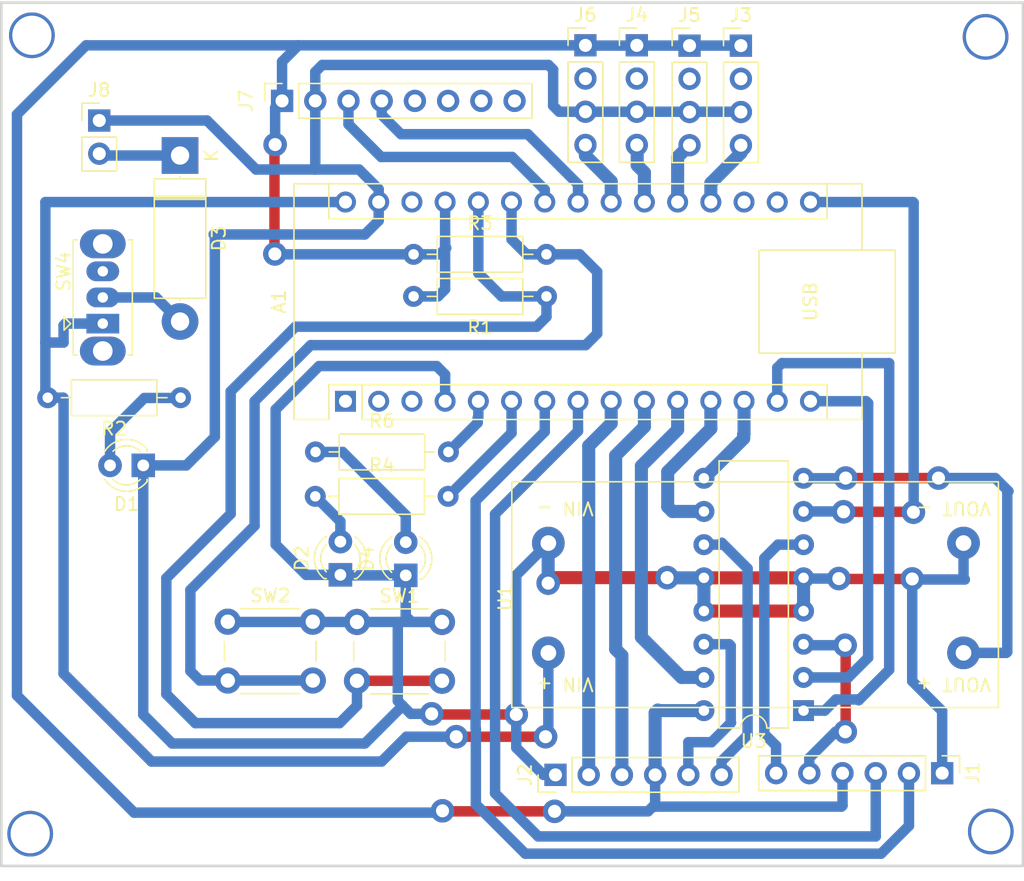
<source format=kicad_pcb>
(kicad_pcb (version 20221018) (generator pcbnew)
  (layers (0 "F.Cu" signal) (31 "B.Cu" signal) (34 "B.Paste" user) (35 "F.Paste" user) (36 "B.SilkS" user "B.Silkscreen") (37 "F.SilkS" user "F.Silkscreen") (38 "B.Mask" user) (39 "F.Mask" user) (44 "Edge.Cuts" user))
  (net 0 "")
  (net 4 "GND")
  (net 5 "/BTN1")
  (net 6 "/BTN2")
  (net 7 "/Led")
  (net 8 "/INB1")
  (net 9 "/INB2")
  (net 10 "/PWM2")
  (net 11 "/PWM1")
  (net 12 "/INA1")
  (net 13 "/INA2")
  (net 16 "/SHARP_D")
  (net 17 "/SHARP_C")
  (net 18 "/SHARP_I")
  (net 19 "/CNY70")
  (net 20 "/SDA")
  (net 21 "/SCL")
  (net 22 "/5v")
  (net 24 "Net-(D1-A)")
  (net 25 "Net-(D2-A)")
  (net 26 "Net-(D3-A)")
  (net 27 "Net-(D3-K)")
  (net 28 "Net-(D4-A)")
  (net 29 "/MA1")
  (net 30 "/MA2")
  (net 31 "/AO1")
  (net 32 "/AO2")
  (net 33 "/MB1")
  (net 34 "/MB2")
  (net 35 "/BO2")
  (net 36 "/BO1")
  (net 45 "/VIn")
  (net 47 "/Vm")
  (net 48 "/Led2")
  (footprint "Package_DIP:DIP-16_W7.62mm" (layer "F.Cu") (at 135.1 68.075 180)
    (fp_text reference "U3" (at 3.81 -2.33) (layer "F.SilkS"))
    (fp_text value "L293")
    (pad "1" thru_hole rect (at 0 0 180) (size 1.6 1.6) (drill 0.8) (layers "*.Cu" "*.Mask") (net 11 "/PWM1"))
    (pad "2" thru_hole oval (at 0 2.54 180) (size 1.6 1.6) (drill 0.8) (layers "*.Cu" "*.Mask") (net 12 "/INA1"))
    (pad "3" thru_hole oval (at 0 5.08 180) (size 1.6 1.6) (drill 0.8) (layers "*.Cu" "*.Mask") (net 31 "/AO1"))
    (pad "4" thru_hole oval (at 0 7.62 180) (size 1.6 1.6) (drill 0.8) (layers "*.Cu" "*.Mask") (net 4 "GND"))
    (pad "5" thru_hole oval (at 0 10.16 180) (size 1.6 1.6) (drill 0.8) (layers "*.Cu" "*.Mask") (net 4 "GND"))
    (pad "6" thru_hole oval (at 0 12.7 180) (size 1.6 1.6) (drill 0.8) (layers "*.Cu" "*.Mask") (net 32 "/AO2"))
    (pad "7" thru_hole oval (at 0 15.24 180) (size 1.6 1.6) (drill 0.8) (layers "*.Cu" "*.Mask") (net 13 "/INA2"))
    (pad "8" thru_hole oval (at 0 17.78 180) (size 1.6 1.6) (drill 0.8) (layers "*.Cu" "*.Mask") (net 47 "/Vm"))
    (pad "9" thru_hole oval (at 7.62 17.78 180) (size 1.6 1.6) (drill 0.8) (layers "*.Cu" "*.Mask") (net 10 "/PWM2"))
    (pad "10" thru_hole oval (at 7.62 15.24 180) (size 1.6 1.6) (drill 0.8) (layers "*.Cu" "*.Mask") (net 8 "/INB1"))
    (pad "11" thru_hole oval (at 7.62 12.7 180) (size 1.6 1.6) (drill 0.8) (layers "*.Cu" "*.Mask") (net 36 "/BO1"))
    (pad "12" thru_hole oval (at 7.62 10.16 180) (size 1.6 1.6) (drill 0.8) (layers "*.Cu" "*.Mask") (net 4 "GND"))
    (pad "13" thru_hole oval (at 7.62 7.62 180) (size 1.6 1.6) (drill 0.8) (layers "*.Cu" "*.Mask") (net 4 "GND"))
    (pad "14" thru_hole oval (at 7.62 5.08 180) (size 1.6 1.6) (drill 0.8) (layers "*.Cu" "*.Mask") (net 35 "/BO2"))
    (pad "15" thru_hole oval (at 7.62 2.54 180) (size 1.6 1.6) (drill 0.8) (layers "*.Cu" "*.Mask") (net 9 "/INB2"))
    (pad "16" thru_hole oval (at 7.62 0 180) (size 1.6 1.6) (drill 0.8) (layers "*.Cu" "*.Mask") (net 22 "/5v"))
  )
  (footprint "LED_THT:LED_D3.0mm" (layer "F.Cu") (at 99.68 57.685 90)
    (fp_text reference "D2" (at 1.27 -2.96 90) (layer "F.SilkS"))
    (fp_text value "LED")
    (pad "1" thru_hole rect (at 0 0 90) (size 1.8 1.8) (drill 0.9) (layers "*.Cu" "*.Mask") (net 4 "GND"))
    (pad "2" thru_hole circle (at 2.54 0 90) (size 1.8 1.8) (drill 0.9) (layers "*.Cu" "*.Mask") (net 25 "Net-(D2-A)"))
  )
  (footprint "Connector_PinSocket_2.54mm:PinSocket_1x08_P2.54mm_Vertical" (layer "F.Cu") (at 95.22 21.42 90)
    (fp_text reference "J7" (at 0 -2.77 90) (layer "F.SilkS"))
    (fp_text value "Conn_01x08_Female")
    (pad "1" thru_hole rect (at 0 0 90) (size 1.7 1.7) (drill 1) (layers "*.Cu" "*.Mask") (net 22 "/5v"))
    (pad "2" thru_hole oval (at 0 2.54 90) (size 1.7 1.7) (drill 1) (layers "*.Cu" "*.Mask") (net 4 "GND"))
    (pad "3" thru_hole oval (at 0 5.08 90) (size 1.7 1.7) (drill 1) (layers "*.Cu" "*.Mask") (net 21 "/SCL"))
    (pad "4" thru_hole oval (at 0 7.62 90) (size 1.7 1.7) (drill 1) (layers "*.Cu" "*.Mask") (net 20 "/SDA"))
    (pad "5" thru_hole oval (at 0 10.16 90) (size 1.7 1.7) (drill 1) (layers "*.Cu" "*.Mask"))
    (pad "6" thru_hole oval (at 0 12.7 90) (size 1.7 1.7) (drill 1) (layers "*.Cu" "*.Mask"))
    (pad "7" thru_hole oval (at 0 15.24 90) (size 1.7 1.7) (drill 1) (layers "*.Cu" "*.Mask"))
    (pad "8" thru_hole oval (at 0 17.78 90) (size 1.7 1.7) (drill 1) (layers "*.Cu" "*.Mask"))
  )
  (footprint "Button_Switch_THT:SW_PUSH_6mm" (layer "F.Cu") (at 91.07 61.27)
    (fp_text reference "SW2" (at 3.25 -2) (layer "F.SilkS"))
    (fp_text value "SW_Push")
    (pad "1" thru_hole circle (at 0 0 90) (size 2 2) (drill 1.1) (layers "*.Cu" "*.Mask") (net 4 "GND"))
    (pad "1" thru_hole circle (at 6.5 0 90) (size 2 2) (drill 1.1) (layers "*.Cu" "*.Mask") (net 4 "GND"))
    (pad "2" thru_hole circle (at 0 4.5 90) (size 2 2) (drill 1.1) (layers "*.Cu" "*.Mask") (net 6 "/BTN2"))
    (pad "2" thru_hole circle (at 6.5 4.5 90) (size 2 2) (drill 1.1) (layers "*.Cu" "*.Mask") (net 6 "/BTN2"))
  )
  (footprint "Diode_THT:D_5W_P12.70mm_Horizontal" (layer "F.Cu") (at 87.42 25.6 -90)
    (fp_text reference "D3" (at 6.35 -2.97 90) (layer "F.SilkS"))
    (fp_text value "type=\"D\" model=\"DIODE\" lib=\"\"")
    (fp_text user "K" (at 0 -2.4 90) (layer "F.SilkS"))
    (pad "1" thru_hole rect (at 0 0 270) (size 2.8 2.8) (drill 1.4) (layers "*.Cu" "*.Mask") (net 26 "Net-(D3-A)"))
    (pad "2" thru_hole oval (at 12.7 0 270) (size 2.8 2.8) (drill 1.4) (layers "*.Cu" "*.Mask") (net 27 "Net-(D3-K)"))
  )
  (footprint "" (layer "F.Cu") (at 75.96 77.49)
    (fp_text reference "" (at 0 0) (layer "F.SilkS") (effects (font (size 1.27 1.27))))
    (fp_text value "" (at 0 0) (layer "F.SilkS") (effects (font (size 1.27 1.27))))
    (pad "1" thru_hole circle (at 0 0) (size 3.5 3.5) (drill 3) (layers "*.Cu" "*.Mask"))
  )
  (footprint "LED_THT:LED_D3.0mm" (layer "F.Cu") (at 84.605 49.31 180)
    (fp_text reference "D1" (at 1.27 -2.96) (layer "F.SilkS"))
    (fp_text value "LED")
    (pad "1" thru_hole rect (at 0 0 180) (size 1.8 1.8) (drill 0.9) (layers "*.Cu" "*.Mask") (net 4 "GND"))
    (pad "2" thru_hole circle (at 2.54 0 180) (size 1.8 1.8) (drill 0.9) (layers "*.Cu" "*.Mask") (net 24 "Net-(D1-A)"))
  )
  (footprint "propios:MT3608" (layer "F.Cu") (at 112.7895 59.454 90)
    (fp_text reference "U1" (at 0 -0.5 90 unlocked) (layer "F.SilkS"))
    (fp_text value "Mt3608")
    (fp_text user "VOUT +" (at -6.604 33.782 180 unlocked) (layer "F.SilkS"))
    (fp_text user "VIN -" (at 6.858 4.064 180 unlocked) (layer "F.SilkS"))
    (fp_text user "VIN +" (at -6.604 4.064 180 unlocked) (layer "F.SilkS"))
    (fp_text user "VOUT -" (at 6.858 33.782 180 unlocked) (layer "F.SilkS"))
    (pad "1" thru_hole circle (at -4.2 2.794 90) (size 2.5 2.5) (drill 1.2) (layers "*.Cu" "*.Mask") (net 45 "/VIn"))
    (pad "2" thru_hole circle (at -4.2 34.544 90) (size 2.5 2.5) (drill 1.2) (layers "*.Cu" "*.Mask") (net 47 "/Vm"))
    (pad "3" thru_hole circle (at 4.2 2.794 90) (size 2.5 2.5) (drill 1.2) (layers "*.Cu" "*.Mask") (net 4 "GND"))
    (pad "4" thru_hole circle (at 4.2 34.544 90) (size 2.5 2.5) (drill 1.2) (layers "*.Cu" "*.Mask") (net 4 "GND"))
  )
  (footprint "Connector_PinHeader_2.54mm:PinHeader_1x06_P2.54mm_Vertical" (layer "F.Cu") (at 116.13 72.99 90)
    (fp_text reference "J2" (at 0 -2.33 90) (layer "F.SilkS"))
    (fp_text value "Conn_01x06_Female")
    (pad "1" thru_hole rect (at 0 0 90) (size 1.7 1.7) (drill 1) (layers "*.Cu" "*.Mask") (net 4 "GND"))
    (pad "2" thru_hole oval (at 0 2.54 90) (size 1.7 1.7) (drill 1) (layers "*.Cu" "*.Mask") (net 33 "/MB1"))
    (pad "3" thru_hole oval (at 0 5.08 90) (size 1.7 1.7) (drill 1) (layers "*.Cu" "*.Mask") (net 34 "/MB2"))
    (pad "4" thru_hole oval (at 0 7.62 90) (size 1.7 1.7) (drill 1) (layers "*.Cu" "*.Mask") (net 22 "/5v"))
    (pad "5" thru_hole oval (at 0 10.16 90) (size 1.7 1.7) (drill 1) (layers "*.Cu" "*.Mask") (net 35 "/BO2"))
    (pad "6" thru_hole oval (at 0 12.7 90) (size 1.7 1.7) (drill 1) (layers "*.Cu" "*.Mask") (net 36 "/BO1"))
  )
  (footprint "Resistor_THT:R_Axial_DIN0207_L6.3mm_D2.5mm_P10.16mm_Horizontal" (layer "F.Cu") (at 115.44 36.38 180)
    (fp_text reference "R1" (at 5.08 -2.37) (layer "F.SilkS"))
    (fp_text value "R")
    (pad "1" thru_hole circle (at 0 0 180) (size 1.6 1.6) (drill 0.8) (layers "*.Cu" "*.Mask") (net 5 "/BTN1"))
    (pad "2" thru_hole oval (at 10.16 0 180) (size 1.6 1.6) (drill 0.8) (layers "*.Cu" "*.Mask") (net 22 "/5v"))
  )
  (footprint "LED_THT:LED_D3.0mm" (layer "F.Cu") (at 104.68 57.725 90)
    (fp_text reference "D4" (at 1.27 -2.96 90) (layer "F.SilkS"))
    (fp_text value "LED")
    (pad "1" thru_hole rect (at 0 0 90) (size 1.8 1.8) (drill 0.9) (layers "*.Cu" "*.Mask") (net 4 "GND"))
    (pad "2" thru_hole circle (at 2.54 0 90) (size 1.8 1.8) (drill 0.9) (layers "*.Cu" "*.Mask") (net 28 "Net-(D4-A)"))
  )
  (footprint "" (layer "F.Cu") (at 149.42 77.32)
    (fp_text reference "" (at 0 0) (layer "F.SilkS") (effects (font (size 1.27 1.27))))
    (fp_text value "" (at 0 0) (layer "F.SilkS") (effects (font (size 1.27 1.27))))
    (pad "1" thru_hole circle (at 0 0) (size 3.5 3.5) (drill 3) (layers "*.Cu" "*.Mask"))
  )
  (footprint "Resistor_THT:R_Axial_DIN0207_L6.3mm_D2.5mm_P10.16mm_Horizontal" (layer "F.Cu") (at 97.76 51.68)
    (fp_text reference "R4" (at 5.08 -2.37) (layer "F.SilkS"))
    (fp_text value "R")
    (pad "1" thru_hole circle (at 0 0) (size 1.6 1.6) (drill 0.8) (layers "*.Cu" "*.Mask") (net 25 "Net-(D2-A)"))
    (pad "2" thru_hole oval (at 10.16 0) (size 1.6 1.6) (drill 0.8) (layers "*.Cu" "*.Mask") (net 7 "/Led"))
  )
  (footprint "Connector_PinHeader_2.54mm:PinHeader_1x04_P2.54mm_Vertical" (layer "F.Cu") (at 118.42 17.17)
    (fp_text reference "J6" (at 0 -2.33) (layer "F.SilkS"))
    (fp_text value "Conn_01x04_Male")
    (pad "1" thru_hole rect (at 0 0) (size 1.7 1.7) (drill 1) (layers "*.Cu" "*.Mask") (net 22 "/5v"))
    (pad "2" thru_hole oval (at 0 2.54) (size 1.7 1.7) (drill 1) (layers "*.Cu" "*.Mask"))
    (pad "3" thru_hole oval (at 0 5.08) (size 1.7 1.7) (drill 1) (layers "*.Cu" "*.Mask") (net 4 "GND"))
    (pad "4" thru_hole oval (at 0 7.62) (size 1.7 1.7) (drill 1) (layers "*.Cu" "*.Mask") (net 19 "/CNY70"))
  )
  (footprint "Connector_PinHeader_2.54mm:PinHeader_1x04_P2.54mm_Vertical" (layer "F.Cu") (at 126.38 17.19)
    (fp_text reference "J5" (at 0 -2.33) (layer "F.SilkS"))
    (fp_text value "Conn_01x04_Male")
    (pad "1" thru_hole rect (at 0 0) (size 1.7 1.7) (drill 1) (layers "*.Cu" "*.Mask") (net 22 "/5v"))
    (pad "2" thru_hole oval (at 0 2.54) (size 1.7 1.7) (drill 1) (layers "*.Cu" "*.Mask"))
    (pad "3" thru_hole oval (at 0 5.08) (size 1.7 1.7) (drill 1) (layers "*.Cu" "*.Mask") (net 4 "GND"))
    (pad "4" thru_hole oval (at 0 7.62) (size 1.7 1.7) (drill 1) (layers "*.Cu" "*.Mask") (net 17 "/SHARP_C"))
  )
  (footprint "" (layer "F.Cu") (at 149.02 16.52)
    (fp_text reference "" (at 0 0) (layer "F.SilkS") (effects (font (size 1.27 1.27))))
    (fp_text value "" (at 0 0) (layer "F.SilkS") (effects (font (size 1.27 1.27))))
    (pad "1" thru_hole circle (at 0 0) (size 3.5 3.5) (drill 3) (layers "*.Cu" "*.Mask"))
  )
  (footprint "" (layer "F.Cu") (at 76.09 16.4)
    (fp_text reference "" (at 0 0) (layer "F.SilkS") (effects (font (size 1.27 1.27))))
    (fp_text value "" (at 0 0) (layer "F.SilkS") (effects (font (size 1.27 1.27))))
    (pad "1" thru_hole circle (at 0 0) (size 3.5 3.5) (drill 3) (layers "*.Cu" "*.Mask"))
  )
  (footprint "Connector_PinHeader_2.54mm:PinHeader_1x04_P2.54mm_Vertical" (layer "F.Cu") (at 122.35 17.17)
    (fp_text reference "J4" (at 0 -2.33) (layer "F.SilkS"))
    (fp_text value "Conn_01x04_Male")
    (pad "1" thru_hole rect (at 0 0) (size 1.7 1.7) (drill 1) (layers "*.Cu" "*.Mask") (net 22 "/5v"))
    (pad "2" thru_hole oval (at 0 2.54) (size 1.7 1.7) (drill 1) (layers "*.Cu" "*.Mask"))
    (pad "3" thru_hole oval (at 0 5.08) (size 1.7 1.7) (drill 1) (layers "*.Cu" "*.Mask") (net 4 "GND"))
    (pad "4" thru_hole oval (at 0 7.62) (size 1.7 1.7) (drill 1) (layers "*.Cu" "*.Mask") (net 18 "/SHARP_I"))
  )
  (footprint "Resistor_THT:R_Axial_DIN0207_L6.3mm_D2.5mm_P10.16mm_Horizontal" (layer "F.Cu") (at 87.46 44.13 180)
    (fp_text reference "R2" (at 5.08 -2.37) (layer "F.SilkS"))
    (fp_text value "R")
    (pad "1" thru_hole circle (at 0 0 180) (size 1.6 1.6) (drill 0.8) (layers "*.Cu" "*.Mask") (net 24 "Net-(D1-A)"))
    (pad "2" thru_hole oval (at 10.16 0 180) (size 1.6 1.6) (drill 0.8) (layers "*.Cu" "*.Mask") (net 45 "/VIn"))
  )
  (footprint "Resistor_THT:R_Axial_DIN0207_L6.3mm_D2.5mm_P10.16mm_Horizontal" (layer "F.Cu") (at 105.28 33.16)
    (fp_text reference "R3" (at 5.08 -2.37) (layer "F.SilkS"))
    (fp_text value "R")
    (pad "1" thru_hole circle (at 0 0) (size 1.6 1.6) (drill 0.8) (layers "*.Cu" "*.Mask") (net 22 "/5v"))
    (pad "2" thru_hole oval (at 10.16 0) (size 1.6 1.6) (drill 0.8) (layers "*.Cu" "*.Mask") (net 6 "/BTN2"))
  )
  (footprint "Button_Switch_THT:SW_PUSH_6mm" (layer "F.Cu") (at 100.95 61.29)
    (fp_text reference "SW1" (at 3.25 -2) (layer "F.SilkS"))
    (fp_text value "SW_Push")
    (pad "1" thru_hole circle (at 0 0 90) (size 2 2) (drill 1.1) (layers "*.Cu" "*.Mask") (net 4 "GND"))
    (pad "1" thru_hole circle (at 6.5 0 90) (size 2 2) (drill 1.1) (layers "*.Cu" "*.Mask") (net 4 "GND"))
    (pad "2" thru_hole circle (at 0 4.5 90) (size 2 2) (drill 1.1) (layers "*.Cu" "*.Mask") (net 5 "/BTN1"))
    (pad "2" thru_hole circle (at 6.5 4.5 90) (size 2 2) (drill 1.1) (layers "*.Cu" "*.Mask") (net 5 "/BTN1"))
  )
  (footprint "Button_Switch_THT:SW_Slide_1P2T_CK_OS102011MS2Q" (layer "F.Cu") (at 81.51 38.46 90)
    (fp_text reference "SW4" (at 3.99 -2.99 90) (layer "F.SilkS"))
    (fp_text value "SW_DPDT_x2")
    (pad "" thru_hole oval (at -2.1 0 90) (size 2.2 3.5) (drill 1.5) (layers "*.Cu" "*.Mask"))
    (pad "" thru_hole oval (at 6.1 0 90) (size 2.2 3.5) (drill 1.5) (layers "*.Cu" "*.Mask"))
    (pad "1" thru_hole rect (at 0 0 90) (size 1.5 2.5) (drill 0.8) (layers "*.Cu" "*.Mask") (net 45 "/VIn"))
    (pad "2" thru_hole oval (at 2 0 90) (size 1.5 2.5) (drill 0.8) (layers "*.Cu" "*.Mask") (net 27 "Net-(D3-K)"))
    (pad "3" thru_hole oval (at 4 0 90) (size 1.5 2.5) (drill 0.8) (layers "*.Cu" "*.Mask"))
  )
  (footprint "Connector_PinHeader_2.54mm:PinHeader_1x02_P2.54mm_Vertical" (layer "F.Cu") (at 81.24 22.92)
    (fp_text reference "J8" (at 0 -2.33) (layer "F.SilkS"))
    (fp_text value "Conn_01x02_Male")
    (pad "1" thru_hole rect (at 0 0) (size 1.7 1.7) (drill 1) (layers "*.Cu" "*.Mask") (net 4 "GND"))
    (pad "2" thru_hole oval (at 0 2.54) (size 1.7 1.7) (drill 1) (layers "*.Cu" "*.Mask") (net 26 "Net-(D3-A)"))
  )
  (footprint "Connector_PinHeader_2.54mm:PinHeader_1x04_P2.54mm_Vertical" (layer "F.Cu") (at 130.31 17.19)
    (fp_text reference "J3" (at 0 -2.33) (layer "F.SilkS"))
    (fp_text value "Conn_01x04_Male")
    (pad "1" thru_hole rect (at 0 0) (size 1.7 1.7) (drill 1) (layers "*.Cu" "*.Mask") (net 22 "/5v"))
    (pad "2" thru_hole oval (at 0 2.54) (size 1.7 1.7) (drill 1) (layers "*.Cu" "*.Mask"))
    (pad "3" thru_hole oval (at 0 5.08) (size 1.7 1.7) (drill 1) (layers "*.Cu" "*.Mask") (net 4 "GND"))
    (pad "4" thru_hole oval (at 0 7.62) (size 1.7 1.7) (drill 1) (layers "*.Cu" "*.Mask") (net 16 "/SHARP_D"))
  )
  (footprint "Resistor_THT:R_Axial_DIN0207_L6.3mm_D2.5mm_P10.16mm_Horizontal" (layer "F.Cu") (at 97.78 48.28)
    (fp_text reference "R6" (at 5.08 -2.37) (layer "F.SilkS"))
    (fp_text value "R")
    (pad "1" thru_hole circle (at 0 0) (size 1.6 1.6) (drill 0.8) (layers "*.Cu" "*.Mask") (net 28 "Net-(D4-A)"))
    (pad "2" thru_hole oval (at 10.16 0) (size 1.6 1.6) (drill 0.8) (layers "*.Cu" "*.Mask") (net 48 "/Led2"))
  )
  (footprint "Module:Arduino_Nano" (layer "F.Cu") (at 100.07 44.4 90)
    (fp_text reference "A1" (at 7.62 -5.08 90) (layer "F.SilkS"))
    (fp_text value "Arduino_Nano_v3.x")
    (fp_text user "USB" (at 7.62 35.56 90 unlocked) (layer "F.SilkS"))
    (pad "1" thru_hole rect (at 0 0 90) (size 1.6 1.6) (drill 1) (layers "*.Cu" "*.Mask"))
    (pad "2" thru_hole oval (at 0 2.54 90) (size 1.6 1.6) (drill 1) (layers "*.Cu" "*.Mask"))
    (pad "3" thru_hole oval (at 0 5.08 90) (size 1.6 1.6) (drill 1) (layers "*.Cu" "*.Mask"))
    (pad "4" thru_hole oval (at 0 7.62 90) (size 1.6 1.6) (drill 1) (layers "*.Cu" "*.Mask") (net 4 "GND"))
    (pad "5" thru_hole oval (at 0 10.16 90) (size 1.6 1.6) (drill 1) (layers "*.Cu" "*.Mask") (net 48 "/Led2"))
    (pad "6" thru_hole oval (at 0 12.7 90) (size 1.6 1.6) (drill 1) (layers "*.Cu" "*.Mask") (net 7 "/Led"))
    (pad "7" thru_hole oval (at 0 15.24 90) (size 1.6 1.6) (drill 1) (layers "*.Cu" "*.Mask") (net 29 "/MA1"))
    (pad "8" thru_hole oval (at 0 17.78 90) (size 1.6 1.6) (drill 1) (layers "*.Cu" "*.Mask") (net 30 "/MA2"))
    (pad "9" thru_hole oval (at 0 20.32 90) (size 1.6 1.6) (drill 1) (layers "*.Cu" "*.Mask") (net 33 "/MB1"))
    (pad "10" thru_hole oval (at 0 22.86 90) (size 1.6 1.6) (drill 1) (layers "*.Cu" "*.Mask") (net 34 "/MB2"))
    (pad "11" thru_hole oval (at 0 25.4 90) (size 1.6 1.6) (drill 1) (layers "*.Cu" "*.Mask") (net 9 "/INB2"))
    (pad "12" thru_hole oval (at 0 27.94 90) (size 1.6 1.6) (drill 1) (layers "*.Cu" "*.Mask") (net 8 "/INB1"))
    (pad "13" thru_hole oval (at 0 30.48 90) (size 1.6 1.6) (drill 1) (layers "*.Cu" "*.Mask") (net 10 "/PWM2"))
    (pad "14" thru_hole oval (at 0 33.02 90) (size 1.6 1.6) (drill 1) (layers "*.Cu" "*.Mask") (net 11 "/PWM1"))
    (pad "15" thru_hole oval (at 0 35.56 90) (size 1.6 1.6) (drill 1) (layers "*.Cu" "*.Mask") (net 12 "/INA1"))
    (pad "16" thru_hole oval (at 15.24 35.56 90) (size 1.6 1.6) (drill 1) (layers "*.Cu" "*.Mask") (net 13 "/INA2"))
    (pad "17" thru_hole oval (at 15.24 33.02 90) (size 1.6 1.6) (drill 1) (layers "*.Cu" "*.Mask"))
    (pad "18" thru_hole oval (at 15.24 30.48 90) (size 1.6 1.6) (drill 1) (layers "*.Cu" "*.Mask"))
    (pad "19" thru_hole oval (at 15.24 27.94 90) (size 1.6 1.6) (drill 1) (layers "*.Cu" "*.Mask") (net 16 "/SHARP_D"))
    (pad "20" thru_hole oval (at 15.24 25.4 90) (size 1.6 1.6) (drill 1) (layers "*.Cu" "*.Mask") (net 17 "/SHARP_C"))
    (pad "21" thru_hole oval (at 15.24 22.86 90) (size 1.6 1.6) (drill 1) (layers "*.Cu" "*.Mask") (net 18 "/SHARP_I"))
    (pad "22" thru_hole oval (at 15.24 20.32 90) (size 1.6 1.6) (drill 1) (layers "*.Cu" "*.Mask") (net 19 "/CNY70"))
    (pad "23" thru_hole oval (at 15.24 17.78 90) (size 1.6 1.6) (drill 1) (layers "*.Cu" "*.Mask") (net 20 "/SDA"))
    (pad "24" thru_hole oval (at 15.24 15.24 90) (size 1.6 1.6) (drill 1) (layers "*.Cu" "*.Mask") (net 21 "/SCL"))
    (pad "25" thru_hole oval (at 15.24 12.7 90) (size 1.6 1.6) (drill 1) (layers "*.Cu" "*.Mask") (net 6 "/BTN2"))
    (pad "26" thru_hole oval (at 15.24 10.16 90) (size 1.6 1.6) (drill 1) (layers "*.Cu" "*.Mask") (net 5 "/BTN1"))
    (pad "27" thru_hole oval (at 15.24 7.62 90) (size 1.6 1.6) (drill 1) (layers "*.Cu" "*.Mask") (net 22 "/5v"))
    (pad "28" thru_hole oval (at 15.24 5.08 90) (size 1.6 1.6) (drill 1) (layers "*.Cu" "*.Mask"))
    (pad "29" thru_hole oval (at 15.24 2.54 90) (size 1.6 1.6) (drill 1) (layers "*.Cu" "*.Mask") (net 4 "GND"))
    (pad "30" thru_hole oval (at 15.24 0 90) (size 1.6 1.6) (drill 1) (layers "*.Cu" "*.Mask") (net 45 "/VIn"))
  )
  (footprint "Connector_PinHeader_2.54mm:PinHeader_1x06_P2.54mm_Vertical" (layer "F.Cu") (at 145.7 72.86 -90)
    (fp_text reference "J1" (at 0 -2.33 90) (layer "F.SilkS"))
    (fp_text value "Conn_01x06_Female")
    (pad "1" thru_hole rect (at 0 0 270) (size 1.7 1.7) (drill 1) (layers "*.Cu" "*.Mask") (net 4 "GND"))
    (pad "2" thru_hole oval (at 0 2.54 270) (size 1.7 1.7) (drill 1) (layers "*.Cu" "*.Mask") (net 29 "/MA1"))
    (pad "3" thru_hole oval (at 0 5.08 270) (size 1.7 1.7) (drill 1) (layers "*.Cu" "*.Mask") (net 30 "/MA2"))
    (pad "4" thru_hole oval (at 0 7.62 270) (size 1.7 1.7) (drill 1) (layers "*.Cu" "*.Mask") (net 22 "/5v"))
    (pad "5" thru_hole oval (at 0 10.16 270) (size 1.7 1.7) (drill 1) (layers "*.Cu" "*.Mask") (net 31 "/AO1"))
    (pad "6" thru_hole oval (at 0 12.7 270) (size 1.7 1.7) (drill 1) (layers "*.Cu" "*.Mask") (net 32 "/AO2"))
  )
  (gr_rect (start 73.75 13.9) (end 151.88 79.96) (stroke (width 0.2)) (fill none) (layer "Edge.Cuts"))
  (segment (start 115.99 57.9) (end 115.57 58.32) (width 1) (layer "F.Cu") (net 4))
  (segment (start 127.48 57.915) (end 135.1 57.915) (width 1) (layer "F.Cu") (net 4))
  (segment (start 124.67 57.9) (end 115.99 57.9) (width 1) (layer "F.Cu") (net 4))
  (segment (start 137.83 58) (end 137.8 57.97) (width 0.8) (layer "F.Cu") (net 4))
  (segment (start 113.13 68.37) (end 106.71 68.37) (width 0.8) (layer "F.Cu") (net 4))
  (segment (start 135.1 60.455) (end 127.48 60.455) (width 1) (layer "F.Cu") (net 4))
  (segment (start 143.41 58) (end 137.83 58) (width 0.8) (layer "F.Cu") (net 4))
  (segment (start 106.71 68.37) (end 106.66 68.32) (width 0.8) (layer "F.Cu") (net 4))
  (via (at 115.57 58.32) (size 1.8) (drill 1) (layers "F.Cu" "B.Cu") (net 4))
  (via (at 113.13 68.37) (size 1.8) (drill 1) (layers "F.Cu" "B.Cu") (net 4))
  (via (at 106.66 68.32) (size 1.8) (drill 1) (layers "F.Cu" "B.Cu") (net 4))
  (via (at 137.8 57.97) (size 1.8) (drill 1) (layers "F.Cu" "B.Cu") (net 4))
  (via (at 143.41 58) (size 1.8) (drill 1) (layers "F.Cu" "B.Cu") (net 4))
  (via (at 124.67 57.9) (size 1.8) (drill 1) (layers "F.Cu" "B.Cu") (net 4))
  (segment (start 90.08 31.73) (end 89.99 31.64) (width 0.8) (layer "B.Cu") (net 4))
  (segment (start 104.07 61.29) (end 91.09 61.29) (width 0.8) (layer "B.Cu") (net 4))
  (segment (start 147.3335 57.9435) (end 147.43 58.04) (width 0.8) (layer "B.Cu") (net 4))
  (segment (start 106.66 68.32) (end 105.06 68.32) (width 0.8) (layer "B.Cu") (net 4))
  (segment (start 87.9 49.31) (end 90.08 47.13) (width 0.8) (layer "B.Cu") (net 4))
  (segment (start 107.69 44.4) (end 107.69 42.36) (width 0.8) (layer "B.Cu") (net 4))
  (segment (start 90.08 47.13) (end 90.08 31.73) (width 0.8) (layer "B.Cu") (net 4))
  (segment (start 116.41 22.25) (end 115.95 21.79) (width 0.8) (layer "B.Cu") (net 4))
  (segment (start 104.44 67.7) (end 104.07 67.33) (width 0.8) (layer "B.Cu") (net 4))
  (segment (start 137.8 57.97) (end 135.155 57.97) (width 0.8) (layer "B.Cu") (net 4))
  (segment (start 145.7 72.86) (end 145.7 68.11) (width 0.8) (layer "B.Cu") (net 4))
  (segment (start 107.69 42.36) (end 107.04 41.71) (width 0.8) (layer "B.Cu") (net 4))
  (segment (start 97.76 26.67) (end 93.23 26.67) (width 0.8) (layer "B.Cu") (net 4))
  (segment (start 135.155 57.97) (end 135.1 57.915) (width 0.8) (layer "B.Cu") (net 4))
  (segment (start 101.55 70.59) (end 86.82 70.59) (width 0.8) (layer "B.Cu") (net 4))
  (segment (start 89.99 31.64) (end 101.55 31.64) (width 0.8) (layer "B.Cu") (net 4))
  (segment (start 115.21 72.99) (end 113.13 70.91) (width 0.8) (layer "B.Cu") (net 4))
  (segment (start 113.13 70.91) (end 113.13 57.7075) (width 0.8) (layer "B.Cu") (net 4))
  (segment (start 98.05 41.71) (end 94.73 45.03) (width 0.8) (layer "B.Cu") (net 4))
  (segment (start 94.73 55.36) (end 97.055 57.685) (width 0.8) (layer "B.Cu") (net 4))
  (segment (start 130.29 22.25) (end 130.31 22.27) (width 0.8) (layer "B.Cu") (net 4))
  (segment (start 124.685 57.915) (end 124.67 57.9) (width 1) (layer "B.Cu") (net 4))
  (segment (start 99.72 57.725) (end 99.68 57.685) (width 0.8) (layer "B.Cu") (net 4))
  (segment (start 97.055 57.685) (end 99.68 57.685) (width 0.8) (layer "B.Cu") (net 4))
  (segment (start 98.29 18.67) (end 97.76 19.2) (width 0.8) (layer "B.Cu") (net 4))
  (segment (start 91.09 61.29) (end 91.07 61.27) (width 0.8) (layer "B.Cu") (net 4))
  (segment (start 102.61 30.58) (end 102.61 29.16) (width 0.8) (layer "B.Cu") (net 4))
  (segment (start 135.1 57.915) (end 135.1 60.455) (width 1) (layer "B.Cu") (net 4))
  (segment (start 145.7 68.11) (end 143.41 65.82) (width 0.8) (layer "B.Cu") (net 4))
  (segment (start 143.45 58.04) (end 143.41 58) (width 0.8) (layer "B.Cu") (net 4))
  (segment (start 97.76 26.67) (end 101.11 26.67) (width 0.8) (layer "B.Cu") (net 4))
  (segment (start 102.61 28.17) (end 102.61 29.16) (width 0.8) (layer "B.Cu") (net 4))
  (segment (start 113.13 57.7075) (end 115.5835 55.254) (width 0.8) (layer "B.Cu") (net 4))
  (segment (start 101.55 31.64) (end 102.61 30.58) (width 0.8) (layer "B.Cu") (net 4))
  (segment (start 115.59 18.67) (end 98.29 18.67) (width 0.8) (layer "B.Cu") (net 4))
  (segment (start 104.68 57.725) (end 104.68 60.84) (width 0.8) (layer "B.Cu") (net 4))
  (segment (start 93.23 26.67) (end 89.48 22.92) (width 0.8) (layer "B.Cu") (net 4))
  (segment (start 84.605 68.375) (end 84.605 49.31) (width 0.8) (layer "B.Cu") (net 4))
  (segment (start 94.73 45.03) (end 94.73 55.36) (width 0.8) (layer "B.Cu") (net 4))
  (segment (start 105.13 61.29) (end 104.68 60.84) (width 0.8) (layer "B.Cu") (net 4))
  (segment (start 115.95 19.03) (end 115.59 18.67) (width 0.8) (layer "B.Cu") (net 4))
  (segment (start 127.48 57.915) (end 124.685 57.915) (width 1) (layer "B.Cu") (net 4))
  (segment (start 104.68 60.84) (end 104.68 59.43) (width 0.8) (layer "B.Cu") (net 4))
  (segment (start 115.95 21.79) (end 115.95 19.03) (width 0.8) (layer "B.Cu") (net 4))
  (segment (start 104.68 57.725) (end 99.72 57.725) (width 0.8) (layer "B.Cu") (net 4))
  (segment (start 97.76 23.87) (end 97.76 26.67) (width 0.8) (layer "B.Cu") (net 4))
  (segment (start 143.41 65.82) (end 143.41 58) (width 0.8) (layer "B.Cu") (net 4))
  (segment (start 89.48 22.92) (end 81.24 22.92) (width 0.8) (layer "B.Cu") (net 4))
  (segment (start 105.06 68.32) (end 104.44 67.7) (width 0.8) (layer "B.Cu") (net 4))
  (segment (start 115.57 55.2675) (end 115.5835 55.254) (width 1) (layer "B.Cu") (net 4))
  (segment (start 84.605 49.31) (end 87.9 49.31) (width 0.8) (layer "B.Cu") (net 4))
  (segment (start 107.45 61.29) (end 105.13 61.29) (width 0.8) (layer "B.Cu") (net 4))
  (segment (start 101.11 26.67) (end 102.61 28.17) (width 0.8) (layer "B.Cu") (net 4))
  (segment (start 97.76 19.2) (end 97.76 21.42) (width 0.8) (layer "B.Cu") (net 4))
  (segment (start 147.43 58.04) (end 143.45 58.04) (width 0.8) (layer "B.Cu") (net 4))
  (segment (start 107.04 41.71) (end 98.05 41.71) (width 0.8) (layer "B.Cu") (net 4))
  (segment (start 104.44 67.7) (end 101.55 70.59) (width 0.8) (layer "B.Cu") (net 4))
  (segment (start 147.3335 55.254) (end 147.3335 57.9435) (width 0.8) (layer "B.Cu") (net 4))
  (segment (start 127.48 57.915) (end 127.48 60.455) (width 1) (layer "B.Cu") (net 4))
  (segment (start 115.57 58.32) (end 115.57 55.2675) (width 1) (layer "B.Cu") (net 4))
  (segment (start 118.42 22.25) (end 130.29 22.25) (width 0.8) (layer "B.Cu") (net 4))
  (segment (start 104.07 67.33) (end 104.07 61.29) (width 0.8) (layer "B.Cu") (net 4))
  (segment (start 107.45 61.29) (end 104.07 61.29) (width 0.8) (layer "B.Cu") (net 4))
  (segment (start 97.76 21.42) (end 97.76 23.87) (width 0.8) (layer "B.Cu") (net 4))
  (segment (start 116.13 72.99) (end 115.21 72.99) (width 0.8) (layer "B.Cu") (net 4))
  (segment (start 86.82 70.59) (end 84.605 68.375) (width 0.8) (layer "B.Cu") (net 4))
  (segment (start 118.42 22.25) (end 116.41 22.25) (width 0.8) (layer "B.Cu") (net 4))
  (segment (start 100.95 65.79) (end 107.45 65.79) (width 0.8) (layer "F.Cu") (net 5))
  (segment (start 115.44 36.38) (end 115.44 37.94) (width 0.8) (layer "B.Cu") (net 5))
  (segment (start 114.68 38.7) (end 96.24 38.7) (width 0.8) (layer "B.Cu") (net 5))
  (segment (start 110.23 34.6) (end 112.01 36.38) (width 0.8) (layer "B.Cu") (net 5))
  (segment (start 110.23 29.16) (end 110.23 34.6) (width 0.8) (layer "B.Cu") (net 5))
  (segment (start 112.01 36.38) (end 115.44 36.38) (width 0.8) (layer "B.Cu") (net 5))
  (segment (start 88.59 69.03) (end 99.62 69.03) (width 0.8) (layer "B.Cu") (net 5))
  (segment (start 96.24 38.7) (end 91.29 43.65) (width 0.8) (layer "B.Cu") (net 5))
  (segment (start 91.29 53.02) (end 86.37 57.94) (width 0.8) (layer "B.Cu") (net 5))
  (segment (start 86.37 57.94) (end 86.37 66.81) (width 0.8) (layer "B.Cu") (net 5))
  (segment (start 86.37 66.81) (end 88.59 69.03) (width 0.8) (layer "B.Cu") (net 5))
  (segment (start 91.29 43.65) (end 91.29 53.02) (width 0.8) (layer "B.Cu") (net 5))
  (segment (start 100.95 67.7) (end 100.95 65.79) (width 0.8) (layer "B.Cu") (net 5))
  (segment (start 99.62 69.03) (end 100.95 67.7) (width 0.8) (layer "B.Cu") (net 5))
  (segment (start 115.44 37.94) (end 114.68 38.7) (width 0.8) (layer "B.Cu") (net 5))
  (segment (start 88.21 65.05) (end 88.21 58.84) (width 0.8) (layer "B.Cu") (net 6))
  (segment (start 118.44 40.11) (end 119.32 39.23) (width 0.8) (layer "B.Cu") (net 6))
  (segment (start 88.21 58.84) (end 93.12 53.93) (width 0.8) (layer "B.Cu") (net 6))
  (segment (start 93.12 44.4) (end 97.41 40.11) (width 0.8) (layer "B.Cu") (net 6))
  (segment (start 113.91 33.16) (end 112.77 32.02) (width 0.8) (layer "B.Cu") (net 6))
  (segment (start 93.12 53.93) (end 93.12 44.4) (width 0.8) (layer "B.Cu") (net 6))
  (segment (start 97.41 40.11) (end 118.44 40.11) (width 0.8) (layer "B.Cu") (net 6))
  (segment (start 97.57 65.77) (end 91.07 65.77) (width 0.8) (layer "B.Cu") (net 6))
  (segment (start 88.93 65.77) (end 88.21 65.05) (width 0.8) (layer "B.Cu") (net 6))
  (segment (start 119.32 34.5) (end 117.98 33.16) (width 0.8) (layer "B.Cu") (net 6))
  (segment (start 119.32 39.23) (end 119.32 34.5) (width 0.8) (layer "B.Cu") (net 6))
  (segment (start 91.07 65.77) (end 88.93 65.77) (width 0.8) (layer "B.Cu") (net 6))
  (segment (start 117.98 33.16) (end 115.44 33.16) (width 0.8) (layer "B.Cu") (net 6))
  (segment (start 112.77 32.02) (end 112.77 29.16) (width 0.8) (layer "B.Cu") (net 6))
  (segment (start 115.44 33.16) (end 113.91 33.16) (width 0.8) (layer "B.Cu") (net 6))
  (segment (start 107.92 51.68) (end 112.77 46.83) (width 0.8) (layer "B.Cu") (net 7))
  (segment (start 112.77 46.83) (end 112.77 44.4) (width 0.8) (layer "B.Cu") (net 7))
  (segment (start 128.01 46.5) (end 124.71 49.8) (width 1) (layer "B.Cu") (net 8))
  (segment (start 124.71 52.48) (end 125.065 52.835) (width 1) (layer "B.Cu") (net 8))
  (segment (start 128.01 44.4) (end 128.01 46.5) (width 1) (layer "B.Cu") (net 8))
  (segment (start 125.065 52.835) (end 127.48 52.835) (width 1) (layer "B.Cu") (net 8))
  (segment (start 124.71 49.8) (end 124.71 52.48) (width 1) (layer "B.Cu") (net 8))
  (segment (start 122.7 49.35) (end 125.47 46.58) (width 1) (layer "B.Cu") (net 9))
  (segment (start 122.7 62.46) (end 122.7 49.35) (width 1) (layer "B.Cu") (net 9))
  (segment (start 125.47 46.58) (end 125.47 44.4) (width 1) (layer "B.Cu") (net 9))
  (segment (start 127.48 65.535) (end 125.775 65.535) (width 1) (layer "B.Cu") (net 9))
  (segment (start 125.775 65.535) (end 122.7 62.46) (width 1) (layer "B.Cu") (net 9))
  (segment (start 130.52 47.255) (end 130.52 46.93) (width 1) (layer "B.Cu") (net 10))
  (segment (start 130.55 46.9) (end 130.55 44.4) (width 1) (layer "B.Cu") (net 10))
  (segment (start 130.52 46.93) (end 130.55 46.9) (width 1) (layer "B.Cu") (net 10))
  (segment (start 127.48 50.295) (end 130.52 47.255) (width 1) (layer "B.Cu") (net 10))
  (segment (start 136.715 68.075) (end 137.57 67.22) (width 0.8) (layer "B.Cu") (net 11))
  (segment (start 137.57 67.22) (end 139.26 67.22) (width 0.8) (layer "B.Cu") (net 11))
  (segment (start 141.65 41.49) (end 133.44 41.49) (width 0.8) (layer "B.Cu") (net 11))
  (segment (start 139.26 67.22) (end 139.32 67.28) (width 0.8) (layer "B.Cu") (net 11))
  (segment (start 133.44 41.49) (end 133.09 41.84) (width 0.8) (layer "B.Cu") (net 11))
  (segment (start 141.65 64.95) (end 141.65 41.49) (width 0.8) (layer "B.Cu") (net 11))
  (segment (start 133.09 41.84) (end 133.09 44.4) (width 0.8) (layer "B.Cu") (net 11))
  (segment (start 139.32 67.28) (end 141.65 64.95) (width 0.8) (layer "B.Cu") (net 11))
  (segment (start 135.1 68.075) (end 136.715 68.075) (width 0.8) (layer "B.Cu") (net 11))
  (segment (start 140.04 44.55) (end 139.89 44.4) (width 0.8) (layer "B.Cu") (net 12))
  (segment (start 138.525 65.535) (end 140.04 64.02) (width 0.8) (layer "B.Cu") (net 12))
  (segment (start 140.04 64.02) (end 140.04 44.55) (width 0.8) (layer "B.Cu") (net 12))
  (segment (start 139.89 44.4) (end 135.63 44.4) (width 0.8) (layer "B.Cu") (net 12))
  (segment (start 135.1 65.535) (end 138.525 65.535) (width 0.8) (layer "B.Cu") (net 12))
  (segment (start 143.47 52.86) (end 143.5 52.89) (width 0.8) (layer "F.Cu") (net 13))
  (segment (start 138.16 52.86) (end 143.47 52.86) (width 0.8) (layer "F.Cu") (net 13))
  (via (at 138.16 52.86) (size 1.8) (drill 1) (layers "F.Cu" "B.Cu") (net 13))
  (via (at 143.5 52.89) (size 1.8) (drill 1) (layers "F.Cu" "B.Cu") (net 13))
  (segment (start 143.52 52.87) (end 143.52 29.21) (width 0.8) (layer "B.Cu") (net 13))
  (segment (start 143.5 52.89) (end 143.52 52.87) (width 0.8) (layer "B.Cu") (net 13))
  (segment (start 143.52 29.21) (end 143.47 29.16) (width 0.8) (layer "B.Cu") (net 13))
  (segment (start 135.1 52.835) (end 138.135 52.835) (width 0.8) (layer "B.Cu") (net 13))
  (segment (start 138.135 52.835) (end 138.16 52.86) (width 0.8) (layer "B.Cu") (net 13))
  (segment (start 143.47 29.16) (end 135.63 29.16) (width 0.8) (layer "B.Cu") (net 13))
  (segment (start 128.01 29.16) (end 128.01 27.71) (width 1) (layer "B.Cu") (net 16))
  (segment (start 128.01 27.71) (end 130.31 25.41) (width 1) (layer "B.Cu") (net 16))
  (segment (start 130.31 25.41) (end 130.31 24.81) (width 1) (layer "B.Cu") (net 16))
  (segment (start 125.47 29.16) (end 125.47 25.72) (width 1) (layer "B.Cu") (net 17))
  (segment (start 125.47 25.72) (end 126.38 24.81) (width 1) (layer "B.Cu") (net 17))
  (segment (start 122.38 24.82) (end 122.35 24.79) (width 1) (layer "B.Cu") (net 18))
  (segment (start 122.93 26.9) (end 122.38 26.35) (width 1) (layer "B.Cu") (net 18))
  (segment (start 122.93 29.16) (end 122.93 26.9) (width 1) (layer "B.Cu") (net 18))
  (segment (start 122.38 26.35) (end 122.38 24.82) (width 1) (layer "B.Cu") (net 18))
  (segment (start 120.39 27.58) (end 118.42 25.61) (width 1) (layer "B.Cu") (net 19))
  (segment (start 118.42 25.61) (end 118.42 24.79) (width 1) (layer "B.Cu") (net 19))
  (segment (start 120.39 29.16) (end 120.39 27.58) (width 1) (layer "B.Cu") (net 19))
  (segment (start 102.84 22.49) (end 102.84 21.42) (width 0.8) (layer "B.Cu") (net 20))
  (segment (start 117.85 27.8) (end 114.02 23.97) (width 0.8) (layer "B.Cu") (net 20))
  (segment (start 117.85 29.16) (end 117.85 27.8) (width 0.8) (layer "B.Cu") (net 20))
  (segment (start 104.32 23.97) (end 102.84 22.49) (width 0.8) (layer "B.Cu") (net 20))
  (segment (start 114.02 23.97) (end 104.32 23.97) (width 0.8) (layer "B.Cu") (net 20))
  (segment (start 100.3 23.21) (end 100.3 21.42) (width 0.8) (layer "B.Cu") (net 21))
  (segment (start 102.8 25.71) (end 100.3 23.21) (width 0.8) (layer "B.Cu") (net 21))
  (segment (start 115.31 28.21) (end 112.81 25.71) (width 0.8) (layer "B.Cu") (net 21))
  (segment (start 112.81 25.71) (end 102.8 25.71) (width 0.8) (layer "B.Cu") (net 21))
  (segment (start 115.31 29.16) (end 115.31 28.21) (width 0.8) (layer "B.Cu") (net 21))
  (segment (start 116.06 75.78) (end 107.53 75.78) (width 0.8) (layer "F.Cu") (net 22))
  (segment (start 94.64 24.81) (end 94.69 24.76) (width 0.8) (layer "F.Cu") (net 22))
  (segment (start 94.64 33.1) (end 94.64 24.81) (width 0.8) (layer "F.Cu") (net 22))
  (segment (start 94.67 33.13) (end 94.64 33.1) (width 0.8) (layer "F.Cu") (net 22))
  (segment (start 107.53 75.78) (end 107.49 75.74) (width 0.8) (layer "F.Cu") (net 22))
  (via (at 107.49 75.74) (size 1.8) (drill 1) (layers "F.Cu" "B.Cu") (net 22))
  (via (at 116.06 75.78) (size 1.8) (drill 1) (layers "F.Cu" "B.Cu") (net 22))
  (via (at 94.67 33.13) (size 1.8) (drill 1) (layers "F.Cu" "B.Cu") (net 22))
  (via (at 94.69 24.76) (size 1.8) (drill 1) (layers "F.Cu" "B.Cu") (net 22))
  (segment (start 95.22 18.42) (end 96.47 17.17) (width 0.8) (layer "B.Cu") (net 22))
  (segment (start 96.47 17.17) (end 118.42 17.17) (width 0.8) (layer "B.Cu") (net 22))
  (segment (start 123.75 75.24) (end 123.75 72.99) (width 0.8) (layer "B.Cu") (net 22))
  (segment (start 130.31 17.19) (end 118.44 17.19) (width 0.8) (layer "B.Cu") (net 22))
  (segment (start 123.67 75.32) (end 123.75 75.24) (width 0.8) (layer "B.Cu") (net 22))
  (segment (start 138.08 72.86) (end 138.08 75.34) (width 0.8) (layer "B.Cu") (net 22))
  (segment (start 138.08 75.34) (end 138 75.42) (width 0.8) (layer "B.Cu") (net 22))
  (segment (start 94.67 33.13) (end 94.7 33.16) (width 0.8) (layer "B.Cu") (net 22))
  (segment (start 107.28 33.16) (end 105.28 33.16) (width 0.8) (layer "B.Cu") (net 22))
  (segment (start 105.28 36.38) (end 107.14 36.38) (width 0.8) (layer "B.Cu") (net 22))
  (segment (start 107.69 32.05) (end 107.69 32.59) (width 0.8) (layer "B.Cu") (net 22))
  (segment (start 94.7 33.16) (end 105.28 33.16) (width 0.8) (layer "B.Cu") (net 22))
  (segment (start 118.44 17.19) (end 118.42 17.17) (width 0.8) (layer "B.Cu") (net 22))
  (segment (start 95.22 21.42) (end 95.22 18.42) (width 0.8) (layer "B.Cu") (net 22))
  (segment (start 107.69 35.83) (end 107.69 32.05) (width 0.8) (layer "B.Cu") (net 22))
  (segment (start 107.69 29.16) (end 107.69 32.05) (width 0.8) (layer "B.Cu") (net 22))
  (segment (start 80.23 17.17) (end 96.47 17.17) (width 0.8) (layer "B.Cu") (net 22))
  (segment (start 123.75 68.24) (end 123.75 72.99) (width 1) (layer "B.Cu") (net 22))
  (segment (start 123.96 68.03) (end 123.75 68.24) (width 1) (layer "B.Cu") (net 22))
  (segment (start 83.91 75.88) (end 74.95 66.92) (width 0.8) (layer "B.Cu") (net 22))
  (segment (start 107.77 32.67) (end 107.28 33.16) (width 0.8) (layer "B.Cu") (net 22))
  (segment (start 107.49 75.74) (end 107.35 75.88) (width 0.8) (layer "B.Cu") (net 22))
  (segment (start 123.77 75.42) (end 123.67 75.32) (width 0.8) (layer "B.Cu") (net 22))
  (segment (start 107.14 36.38) (end 107.69 35.83) (width 0.8) (layer "B.Cu") (net 22))
  (segment (start 74.95 22.45) (end 80.23 17.17) (width 0.8) (layer "B.Cu") (net 22))
  (segment (start 127.48 68.075) (end 124.005 68.075) (width 1) (layer "B.Cu") (net 22))
  (segment (start 138 75.42) (end 123.77 75.42) (width 0.8) (layer "B.Cu") (net 22))
  (segment (start 94.69 24.76) (end 94.69 21.95) (width 0.8) (layer "B.Cu") (net 22))
  (segment (start 123.21 75.78) (end 116.06 75.78) (width 0.8) (layer "B.Cu") (net 22))
  (segment (start 123.75 75.24) (end 123.21 75.78) (width 0.8) (layer "B.Cu") (net 22))
  (segment (start 94.69 21.95) (end 95.22 21.42) (width 0.8) (layer "B.Cu") (net 22))
  (segment (start 124.005 68.075) (end 123.96 68.03) (width 1) (layer "B.Cu") (net 22))
  (segment (start 74.95 66.92) (end 74.95 22.45) (width 0.8) (layer "B.Cu") (net 22))
  (segment (start 107.69 32.59) (end 107.77 32.67) (width 0.8) (layer "B.Cu") (net 22))
  (segment (start 107.35 75.88) (end 83.91 75.88) (width 0.8) (layer "B.Cu") (net 22))
  (segment (start 87.44 44.15) (end 87.46 44.13) (width 0.8) (layer "B.Cu") (net 24))
  (segment (start 82.065 46.775) (end 84.69 44.15) (width 0.8) (layer "B.Cu") (net 24))
  (segment (start 82.065 49.31) (end 82.065 46.775) (width 0.8) (layer "B.Cu") (net 24))
  (segment (start 84.69 44.15) (end 87.44 44.15) (width 0.8) (layer "B.Cu") (net 24))
  (segment (start 99.68 55.145) (end 99.68 53.6) (width 0.8) (layer "B.Cu") (net 25))
  (segment (start 99.68 53.6) (end 97.76 51.68) (width 0.8) (layer "B.Cu") (net 25))
  (segment (start 87.42 25.6) (end 81.38 25.6) (width 0.8) (layer "B.Cu") (net 26))
  (segment (start 81.38 25.6) (end 81.24 25.46) (width 0.8) (layer "B.Cu") (net 26))
  (segment (start 85.58 36.46) (end 87.42 38.3) (width 0.8) (layer "B.Cu") (net 27))
  (segment (start 81.51 36.46) (end 85.58 36.46) (width 0.8) (layer "B.Cu") (net 27))
  (segment (start 104.68 53.11) (end 99.85 48.28) (width 0.8) (layer "B.Cu") (net 28))
  (segment (start 99.85 48.28) (end 97.78 48.28) (width 0.8) (layer "B.Cu") (net 28))
  (segment (start 104.68 55.185) (end 104.68 53.11) (width 0.8) (layer "B.Cu") (net 28))
  (segment (start 141.03 79.02) (end 143.16 76.89) (width 0.8) (layer "B.Cu") (net 29))
  (segment (start 113.82 79.02) (end 141.03 79.02) (width 0.8) (layer "B.Cu") (net 29))
  (segment (start 110.04 69.448679) (end 110.04 75.24) (width 0.8) (layer "B.Cu") (net 29))
  (segment (start 110.04 75.24) (end 113.82 79.02) (width 0.8) (layer "B.Cu") (net 29))
  (segment (start 110.02 52.02) (end 110.02 69.428679) (width 0.8) (layer "B.Cu") (net 29))
  (segment (start 143.16 76.89) (end 143.16 72.86) (width 0.8) (layer "B.Cu") (net 29))
  (segment (start 115.31 44.4) (end 115.31 46.73) (width 0.8) (layer "B.Cu") (net 29))
  (segment (start 110.02 69.428679) (end 110.04 69.448679) (width 0.8) (layer "B.Cu") (net 29))
  (segment (start 115.31 46.73) (end 110.02 52.02) (width 0.8) (layer "B.Cu") (net 29))
  (segment (start 111.51 74.4) (end 111.51 53.03) (width 0.8) (layer "B.Cu") (net 30))
  (segment (start 140.62 72.86) (end 140.62 77.7) (width 0.8) (layer "B.Cu") (net 30))
  (segment (start 114.81 77.7) (end 111.51 74.4) (width 0.8) (layer "B.Cu") (net 30))
  (segment (start 117.85 46.69) (end 117.85 44.4) (width 0.8) (layer "B.Cu") (net 30))
  (segment (start 140.62 77.7) (end 114.81 77.7) (width 0.8) (layer "B.Cu") (net 30))
  (segment (start 111.51 53.03) (end 117.85 46.69) (width 0.8) (layer "B.Cu") (net 30))
  (segment (start 138.29 69.69) (end 138.32 69.66) (width 0.8) (layer "F.Cu") (net 31))
  (segment (start 138.32 69.66) (end 138.32 63.11) (width 0.8) (layer "F.Cu") (net 31))
  (segment (start 138.32 63.11) (end 138.28 63.07) (width 0.8) (layer "F.Cu") (net 31))
  (via (at 138.29 69.69) (size 1.8) (drill 1) (layers "F.Cu" "B.Cu") (net 31))
  (via (at 138.28 63.07) (size 1.8) (drill 1) (layers "F.Cu" "B.Cu") (net 31))
  (segment (start 138.29 69.69) (end 137.55 69.69) (width 0.8) (layer "B.Cu") (net 31))
  (segment (start 138.28 63.07) (end 135.175 63.07) (width 0.8) (layer "B.Cu") (net 31))
  (segment (start 135.175 63.07) (end 135.1 62.995) (width 0.8) (layer "B.Cu") (net 31))
  (segment (start 135.54 71.7) (end 135.54 72.86) (width 0.8) (layer "B.Cu") (net 31))
  (segment (start 137.55 69.69) (end 135.54 71.7) (width 0.8) (layer "B.Cu") (net 31))
  (segment (start 132.1 56.42) (end 133.145 55.375) (width 0.8) (layer "B.Cu") (net 32))
  (segment (start 133 70.76) (end 132.1 69.86) (width 0.8) (layer "B.Cu") (net 32))
  (segment (start 133.145 55.375) (end 135.1 55.375) (width 0.8) (layer "B.Cu") (net 32))
  (segment (start 132.1 69.86) (end 132.1 56.42) (width 0.8) (layer "B.Cu") (net 32))
  (segment (start 133 72.86) (end 133 70.76) (width 0.8) (layer "B.Cu") (net 32))
  (segment (start 120.39 46.1) (end 120.39 44.4) (width 1) (layer "B.Cu") (net 33))
  (segment (start 118.67 47.82) (end 120.39 46.1) (width 1) (layer "B.Cu") (net 33))
  (segment (start 118.67 72.99) (end 118.67 47.82) (width 1) (layer "B.Cu") (net 33))
  (segment (start 120.73 63.38) (end 120.73 48.55) (width 1) (layer "B.Cu") (net 34))
  (segment (start 121.21 72.99) (end 121.21 63.86) (width 1) (layer "B.Cu") (net 34))
  (segment (start 122.93 46.35) (end 122.93 44.4) (width 1) (layer "B.Cu") (net 34))
  (segment (start 120.73 48.55) (end 122.93 46.35) (width 1) (layer "B.Cu") (net 34))
  (segment (start 121.21 63.86) (end 120.73 63.38) (width 1) (layer "B.Cu") (net 34))
  (segment (start 129.415 62.995) (end 127.48 62.995) (width 0.8) (layer "B.Cu") (net 35))
  (segment (start 129.55 69) (end 129.53 68.98) (width 0.8) (layer "B.Cu") (net 35))
  (segment (start 129.53 68.98) (end 129.53 63.11) (width 0.8) (layer "B.Cu") (net 35))
  (segment (start 128.06 70.49) (end 129.55 69) (width 0.8) (layer "B.Cu") (net 35))
  (segment (start 126.29 70.49) (end 128.06 70.49) (width 0.8) (layer "B.Cu") (net 35))
  (segment (start 129.53 63.11) (end 129.415 62.995) (width 0.8) (layer "B.Cu") (net 35))
  (segment (start 126.29 72.99) (end 126.29 70.49) (width 0.8) (layer "B.Cu") (net 35))
  (segment (start 130.82 57.2) (end 128.85 55.23) (width 0.8) (layer "B.Cu") (net 36))
  (segment (start 128.83 72.99) (end 128.83 71.94) (width 0.8) (layer "B.Cu") (net 36))
  (segment (start 130.82 69.95) (end 130.82 57.2) (width 0.8) (layer "B.Cu") (net 36))
  (segment (start 128.83 71.94) (end 130.82 69.95) (width 0.8) (layer "B.Cu") (net 36))
  (segment (start 128.705 55.375) (end 127.48 55.375) (width 0.8) (layer "B.Cu") (net 36))
  (segment (start 128.85 55.23) (end 128.705 55.375) (width 0.8) (layer "B.Cu") (net 36))
  (segment (start 108.54 70.07) (end 115.37 70.07) (width 0.8) (layer "F.Cu") (net 45))
  (via (at 108.54 70.07) (size 1.8) (drill 1) (layers "F.Cu" "B.Cu") (net 45))
  (via (at 115.37 70.07) (size 1.8) (drill 1) (layers "F.Cu" "B.Cu") (net 45))
  (segment (start 77.12 29.16) (end 77.12 39.91) (width 0.8) (layer "B.Cu") (net 45))
  (segment (start 115.5835 69.8565) (end 115.5835 63.654) (width 0.8) (layer "B.Cu") (net 45))
  (segment (start 78.65 38.46) (end 81.51 38.46) (width 0.8) (layer "B.Cu") (net 45))
  (segment (start 78.49 44.13) (end 77.3 44.13) (width 0.8) (layer "B.Cu") (net 45))
  (segment (start 77.3 44.13) (end 77.12 43.95) (width 0.8) (layer "B.Cu") (net 45))
  (segment (start 104.73 70.07) (end 102.83 71.97) (width 0.8) (layer "B.Cu") (net 45))
  (segment (start 77.12 39.91) (end 78.51 39.91) (width 0.8) (layer "B.Cu") (net 45))
  (segment (start 78.51 65.24) (end 78.51 44.15) (width 0.8) (layer "B.Cu") (net 45))
  (segment (start 100.07 29.16) (end 77.12 29.16) (width 0.8) (layer "B.Cu") (net 45))
  (segment (start 77.12 43.95) (end 77.12 39.91) (width 0.8) (layer "B.Cu") (net 45))
  (segment (start 102.83 71.97) (end 85.24 71.97) (width 0.8) (layer "B.Cu") (net 45))
  (segment (start 108.54 70.07) (end 104.73 70.07) (width 0.8) (layer "B.Cu") (net 45))
  (segment (start 115.37 70.07) (end 115.5835 69.8565) (width 0.8) (layer "B.Cu") (net 45))
  (segment (start 78.51 39.91) (end 78.51 38.6) (width 0.8) (layer "B.Cu") (net 45))
  (segment (start 78.51 38.6) (end 78.65 38.46) (width 0.8) (layer "B.Cu") (net 45))
  (segment (start 78.51 44.15) (end 78.49 44.13) (width 0.8) (layer "B.Cu") (net 45))
  (segment (start 85.24 71.97) (end 78.51 65.24) (width 0.8) (layer "B.Cu") (net 45))
  (segment (start 138.32 50.28) (end 145.42 50.28) (width 0.8) (layer "F.Cu") (net 47))
  (via (at 138.32 50.28) (size 1.8) (drill 1) (layers "F.Cu" "B.Cu") (net 47))
  (via (at 145.42 50.28) (size 1.8) (drill 1) (layers "F.Cu" "B.Cu") (net 47))
  (segment (start 147.3335 63.654) (end 150.606 63.654) (width 0.8) (layer "B.Cu") (net 47))
  (segment (start 149.76 50.28) (end 150.77 51.29) (width 0.8) (layer "B.Cu") (net 47))
  (segment (start 145.42 50.28) (end 149.76 50.28) (width 0.8) (layer "B.Cu") (net 47))
  (segment (start 138.305 50.295) (end 138.32 50.28) (width 0.8) (layer "B.Cu") (net 47))
  (segment (start 150.77 51.29) (end 150.68 51.38) (width 0.8) (layer "B.Cu") (net 47))
  (segment (start 150.68 51.38) (end 150.68 63.58) (width 0.8) (layer "B.Cu") (net 47))
  (segment (start 135.1 50.295) (end 138.305 50.295) (width 0.8) (layer "B.Cu") (net 47))
  (segment (start 150.606 63.654) (end 150.68 63.58) (width 0.8) (layer "B.Cu") (net 47))
  (segment (start 107.94 48.28) (end 110.18 46.04) (width 0.8) (layer "B.Cu") (net 48))
  (segment (start 110.23 45.64) (end 110.23 44.4) (width 0.8) (layer "B.Cu") (net 48))
  (segment (start 110.18 45.69) (end 110.23 45.64) (width 0.8) (layer "B.Cu") (net 48))
  (segment (start 110.18 46.04) (end 110.18 45.69) (width 0.8) (layer "B.Cu") (net 48))
)
</source>
